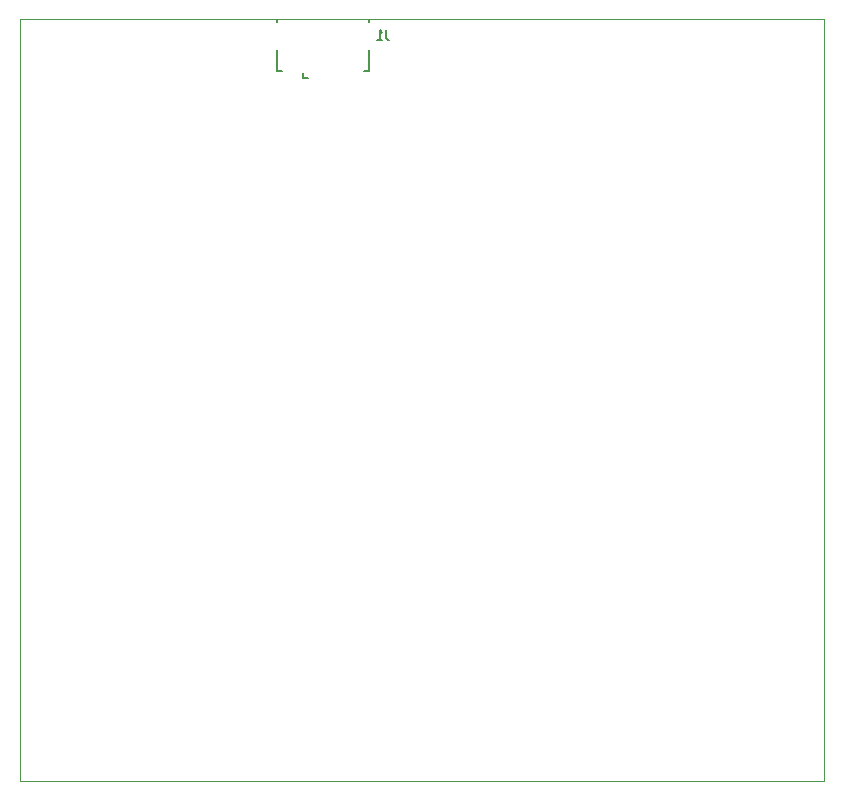
<source format=gbr>
G04 #@! TF.GenerationSoftware,KiCad,Pcbnew,(5.1.5)-3*
G04 #@! TF.CreationDate,2020-01-18T00:00:31-08:00*
G04 #@! TF.ProjectId,testing,74657374-696e-4672-9e6b-696361645f70,rev?*
G04 #@! TF.SameCoordinates,Original*
G04 #@! TF.FileFunction,Legend,Bot*
G04 #@! TF.FilePolarity,Positive*
%FSLAX46Y46*%
G04 Gerber Fmt 4.6, Leading zero omitted, Abs format (unit mm)*
G04 Created by KiCad (PCBNEW (5.1.5)-3) date 2020-01-18 00:00:31*
%MOMM*%
%LPD*%
G04 APERTURE LIST*
G04 #@! TA.AperFunction,Profile*
%ADD10C,0.050000*%
G04 #@! TD*
%ADD11C,0.160000*%
%ADD12C,2.202000*%
%ADD13C,1.602000*%
%ADD14C,1.502000*%
%ADD15R,1.302000X2.002000*%
%ADD16O,1.302000X2.002000*%
%ADD17R,1.602000X2.002000*%
%ADD18C,1.552000*%
%ADD19R,0.502000X1.452000*%
G04 APERTURE END LIST*
D10*
X161050000Y-112850000D02*
X93050000Y-112850000D01*
X93050000Y-48350000D02*
X93050000Y-112850000D01*
X161050000Y-48350000D02*
X93050000Y-48350000D01*
X161050000Y-112850000D02*
X161050000Y-48350000D01*
D11*
G04 #@! TO.C,J1*
X116965500Y-53347500D02*
X116965500Y-52897500D01*
X116965500Y-53347500D02*
X117415500Y-53347500D01*
X122565500Y-52797500D02*
X122115500Y-52797500D01*
X122565500Y-50947500D02*
X122565500Y-52797500D01*
X114765500Y-48397500D02*
X114765500Y-48647500D01*
X122565500Y-48397500D02*
X122565500Y-48647500D01*
X114765500Y-50947500D02*
X114765500Y-52797500D01*
X114765500Y-52797500D02*
X115215500Y-52797500D01*
G04 #@! TD*
G04 #@! TO.C,J1*
X123983333Y-49304895D02*
X123983333Y-49885466D01*
X124016666Y-50001580D01*
X124083333Y-50078990D01*
X124183333Y-50117695D01*
X124250000Y-50117695D01*
X123283333Y-50117695D02*
X123683333Y-50117695D01*
X123483333Y-50117695D02*
X123483333Y-49304895D01*
X123550000Y-49421009D01*
X123616666Y-49498419D01*
X123683333Y-49537123D01*
G04 #@! TD*
%LPC*%
D12*
G04 #@! TO.C,D76*
X100740000Y-71600000D03*
G04 #@! TD*
G04 #@! TO.C,D75*
X97305000Y-88175000D03*
G04 #@! TD*
G04 #@! TO.C,D74*
X97350000Y-71600000D03*
G04 #@! TD*
G04 #@! TO.C,D73*
X100740000Y-77250000D03*
G04 #@! TD*
G04 #@! TO.C,D72*
X101100000Y-88125000D03*
G04 #@! TD*
G04 #@! TO.C,D71*
X97350000Y-77250000D03*
G04 #@! TD*
G04 #@! TO.C,D70*
X100740000Y-82900000D03*
G04 #@! TD*
G04 #@! TO.C,D69*
X97350000Y-82900000D03*
G04 #@! TD*
D13*
G04 #@! TO.C,TP5*
X96200000Y-61175000D03*
G04 #@! TD*
G04 #@! TO.C,TP4*
X117750000Y-61150000D03*
G04 #@! TD*
G04 #@! TO.C,TP3*
X117750000Y-64050000D03*
G04 #@! TD*
G04 #@! TO.C,TP2*
X115050000Y-54650000D03*
G04 #@! TD*
G04 #@! TO.C,TP1*
X96200000Y-56275000D03*
G04 #@! TD*
D14*
G04 #@! TO.C,BOOT0UP1*
X130150000Y-67910000D03*
X130150000Y-70450000D03*
G04 #@! TD*
G04 #@! TO.C,RST1*
X139450000Y-64190000D03*
X139450000Y-61650000D03*
G04 #@! TD*
G04 #@! TO.C,SW68*
X156350000Y-106510000D03*
X156350000Y-109050000D03*
G04 #@! TD*
G04 #@! TO.C,SW67*
X156350000Y-98810000D03*
X156350000Y-101350000D03*
G04 #@! TD*
G04 #@! TO.C,SW66*
X156350000Y-83410000D03*
X156350000Y-85950000D03*
G04 #@! TD*
G04 #@! TO.C,SW65*
X156350000Y-75710000D03*
X156350000Y-78250000D03*
G04 #@! TD*
G04 #@! TO.C,SW64*
X152650000Y-106510000D03*
X152650000Y-109050000D03*
G04 #@! TD*
G04 #@! TO.C,SW63*
X152650000Y-98810000D03*
X152650000Y-101350000D03*
G04 #@! TD*
G04 #@! TO.C,SW62*
X152650000Y-91110000D03*
X152650000Y-93650000D03*
G04 #@! TD*
G04 #@! TO.C,SW61*
X152650000Y-83410000D03*
X152650000Y-85950000D03*
G04 #@! TD*
G04 #@! TO.C,SW60*
X152650000Y-75710000D03*
X152650000Y-78250000D03*
G04 #@! TD*
G04 #@! TO.C,SW59*
X148950000Y-106510000D03*
X148950000Y-109050000D03*
G04 #@! TD*
G04 #@! TO.C,SW58*
X148950000Y-98810000D03*
X148950000Y-101350000D03*
G04 #@! TD*
G04 #@! TO.C,SW57*
X148950000Y-91110000D03*
X148950000Y-93650000D03*
G04 #@! TD*
G04 #@! TO.C,SW56*
X148950000Y-83410000D03*
X148950000Y-85950000D03*
G04 #@! TD*
G04 #@! TO.C,SW55*
X148950000Y-75710000D03*
X148950000Y-78250000D03*
G04 #@! TD*
G04 #@! TO.C,SW54*
X145250000Y-106510000D03*
X145250000Y-109050000D03*
G04 #@! TD*
G04 #@! TO.C,SW53*
X145250000Y-98810000D03*
X145250000Y-101350000D03*
G04 #@! TD*
G04 #@! TO.C,SW52*
X145250000Y-91110000D03*
X145250000Y-93650000D03*
G04 #@! TD*
G04 #@! TO.C,SW51*
X145250000Y-83410000D03*
X145250000Y-85950000D03*
G04 #@! TD*
G04 #@! TO.C,SW50*
X145250000Y-75710000D03*
X145250000Y-78250000D03*
G04 #@! TD*
G04 #@! TO.C,SW49*
X141550000Y-106510000D03*
X141550000Y-109050000D03*
G04 #@! TD*
G04 #@! TO.C,SW48*
X141550000Y-98810000D03*
X141550000Y-101350000D03*
G04 #@! TD*
G04 #@! TO.C,SW47*
X141550000Y-91110000D03*
X141550000Y-93650000D03*
G04 #@! TD*
G04 #@! TO.C,SW46*
X141550000Y-83410000D03*
X141550000Y-85950000D03*
G04 #@! TD*
G04 #@! TO.C,SW45*
X141550000Y-75710000D03*
X141550000Y-78250000D03*
G04 #@! TD*
G04 #@! TO.C,SW44*
X137850000Y-106510000D03*
X137850000Y-109050000D03*
G04 #@! TD*
G04 #@! TO.C,SW43*
X137850000Y-98810000D03*
X137850000Y-101350000D03*
G04 #@! TD*
G04 #@! TO.C,SW42*
X137850000Y-91110000D03*
X137850000Y-93650000D03*
G04 #@! TD*
G04 #@! TO.C,SW41*
X137850000Y-83410000D03*
X137850000Y-85950000D03*
G04 #@! TD*
G04 #@! TO.C,SW40*
X137850000Y-75710000D03*
X137850000Y-78250000D03*
G04 #@! TD*
G04 #@! TO.C,SW39*
X134150000Y-106510000D03*
X134150000Y-109050000D03*
G04 #@! TD*
G04 #@! TO.C,SW38*
X134150000Y-98810000D03*
X134150000Y-101350000D03*
G04 #@! TD*
G04 #@! TO.C,SW37*
X134150000Y-91110000D03*
X134150000Y-93650000D03*
G04 #@! TD*
G04 #@! TO.C,SW36*
X134150000Y-83410000D03*
X134150000Y-85950000D03*
G04 #@! TD*
G04 #@! TO.C,SW35*
X134150000Y-75710000D03*
X134150000Y-78250000D03*
G04 #@! TD*
G04 #@! TO.C,SW34*
X130450000Y-98810000D03*
X130450000Y-101350000D03*
G04 #@! TD*
G04 #@! TO.C,SW33*
X130450000Y-91110000D03*
X130450000Y-93650000D03*
G04 #@! TD*
G04 #@! TO.C,SW32*
X130450000Y-83410000D03*
X130450000Y-85950000D03*
G04 #@! TD*
G04 #@! TO.C,SW31*
X130450000Y-75710000D03*
X130450000Y-78250000D03*
G04 #@! TD*
G04 #@! TO.C,SW30*
X126750000Y-106510000D03*
X126750000Y-109050000D03*
G04 #@! TD*
G04 #@! TO.C,SW29*
X126750000Y-98810000D03*
X126750000Y-101350000D03*
G04 #@! TD*
G04 #@! TO.C,SW28*
X126750000Y-91110000D03*
X126750000Y-93650000D03*
G04 #@! TD*
G04 #@! TO.C,SW27*
X126750000Y-83410000D03*
X126750000Y-85950000D03*
G04 #@! TD*
G04 #@! TO.C,SW26*
X126750000Y-75710000D03*
X126750000Y-78250000D03*
G04 #@! TD*
G04 #@! TO.C,SW25*
X123050000Y-106510000D03*
X123050000Y-109050000D03*
G04 #@! TD*
G04 #@! TO.C,SW24*
X123050000Y-98810000D03*
X123050000Y-101350000D03*
G04 #@! TD*
G04 #@! TO.C,SW23*
X123050000Y-91110000D03*
X123050000Y-93650000D03*
G04 #@! TD*
G04 #@! TO.C,SW22*
X123050000Y-83410000D03*
X123050000Y-85950000D03*
G04 #@! TD*
G04 #@! TO.C,SW21*
X123050000Y-75710000D03*
X123050000Y-78250000D03*
G04 #@! TD*
G04 #@! TO.C,SW20*
X119350000Y-106510000D03*
X119350000Y-109050000D03*
G04 #@! TD*
G04 #@! TO.C,SW19*
X119350000Y-98810000D03*
X119350000Y-101350000D03*
G04 #@! TD*
G04 #@! TO.C,SW18*
X119350000Y-91110000D03*
X119350000Y-93650000D03*
G04 #@! TD*
G04 #@! TO.C,SW17*
X119350000Y-83410000D03*
X119350000Y-85950000D03*
G04 #@! TD*
G04 #@! TO.C,SW16*
X119350000Y-75710000D03*
X119350000Y-78250000D03*
G04 #@! TD*
G04 #@! TO.C,SW15*
X115650000Y-106510000D03*
X115650000Y-109050000D03*
G04 #@! TD*
G04 #@! TO.C,SW14*
X115650000Y-98810000D03*
X115650000Y-101350000D03*
G04 #@! TD*
G04 #@! TO.C,SW13*
X115650000Y-91110000D03*
X115650000Y-93650000D03*
G04 #@! TD*
G04 #@! TO.C,SW12*
X115650000Y-83410000D03*
X115650000Y-85950000D03*
G04 #@! TD*
G04 #@! TO.C,SW11*
X115650000Y-75710000D03*
X115650000Y-78250000D03*
G04 #@! TD*
G04 #@! TO.C,SW10*
X111950000Y-106510000D03*
X111950000Y-109050000D03*
G04 #@! TD*
G04 #@! TO.C,SW8*
X111950000Y-91110000D03*
X111950000Y-93650000D03*
G04 #@! TD*
G04 #@! TO.C,SW5*
X108250000Y-106510000D03*
X108250000Y-109050000D03*
G04 #@! TD*
G04 #@! TO.C,SW4*
X108250000Y-98810000D03*
X108250000Y-101350000D03*
G04 #@! TD*
G04 #@! TO.C,SW3*
X108250000Y-91110000D03*
X108250000Y-93650000D03*
G04 #@! TD*
G04 #@! TO.C,SW1*
X108250000Y-75710000D03*
X108250000Y-78250000D03*
G04 #@! TD*
G04 #@! TO.C,SW9*
X111950000Y-98810000D03*
X111950000Y-101350000D03*
G04 #@! TD*
G04 #@! TO.C,SW7*
X111950000Y-83410000D03*
X111950000Y-85950000D03*
G04 #@! TD*
G04 #@! TO.C,SW6*
X111950000Y-75710000D03*
X111950000Y-78250000D03*
G04 #@! TD*
G04 #@! TO.C,SW2*
X108250000Y-83410000D03*
X108250000Y-85950000D03*
G04 #@! TD*
D15*
G04 #@! TO.C,J1*
X115765500Y-49797500D03*
X121565500Y-49797500D03*
D16*
X122165500Y-49797500D03*
X115165500Y-49797500D03*
D17*
X117665500Y-49797500D03*
D18*
X121165500Y-52497500D03*
D19*
X118665500Y-52497500D03*
X119315500Y-52497500D03*
X119965500Y-52497500D03*
X117365500Y-52497500D03*
X118015500Y-52497500D03*
D18*
X116165500Y-52497500D03*
D17*
X119665500Y-49797500D03*
G04 #@! TD*
M02*

</source>
